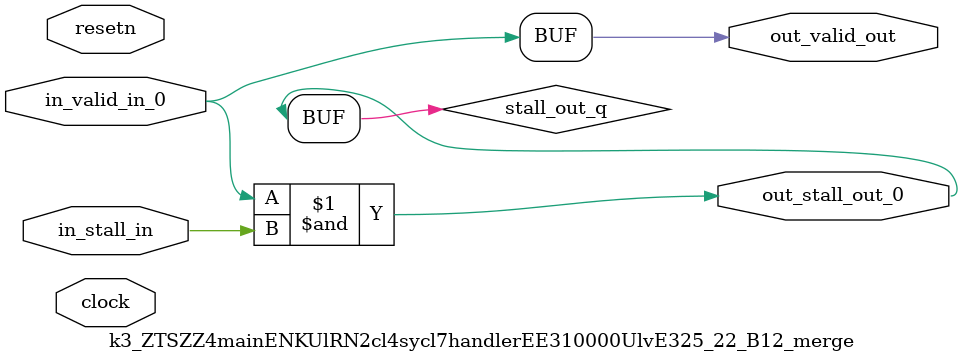
<source format=sv>



(* altera_attribute = "-name AUTO_SHIFT_REGISTER_RECOGNITION OFF; -name MESSAGE_DISABLE 10036; -name MESSAGE_DISABLE 10037; -name MESSAGE_DISABLE 14130; -name MESSAGE_DISABLE 14320; -name MESSAGE_DISABLE 15400; -name MESSAGE_DISABLE 14130; -name MESSAGE_DISABLE 10036; -name MESSAGE_DISABLE 12020; -name MESSAGE_DISABLE 12030; -name MESSAGE_DISABLE 12010; -name MESSAGE_DISABLE 12110; -name MESSAGE_DISABLE 14320; -name MESSAGE_DISABLE 13410; -name MESSAGE_DISABLE 113007; -name MESSAGE_DISABLE 10958" *)
module k3_ZTSZZ4mainENKUlRN2cl4sycl7handlerEE310000UlvE325_22_B12_merge (
    input wire [0:0] in_stall_in,
    input wire [0:0] in_valid_in_0,
    output wire [0:0] out_stall_out_0,
    output wire [0:0] out_valid_out,
    input wire clock,
    input wire resetn
    );

    wire [0:0] stall_out_q;


    // stall_out(LOGICAL,6)
    assign stall_out_q = in_valid_in_0 & in_stall_in;

    // out_stall_out_0(GPOUT,4)
    assign out_stall_out_0 = stall_out_q;

    // out_valid_out(GPOUT,5)
    assign out_valid_out = in_valid_in_0;

endmodule

</source>
